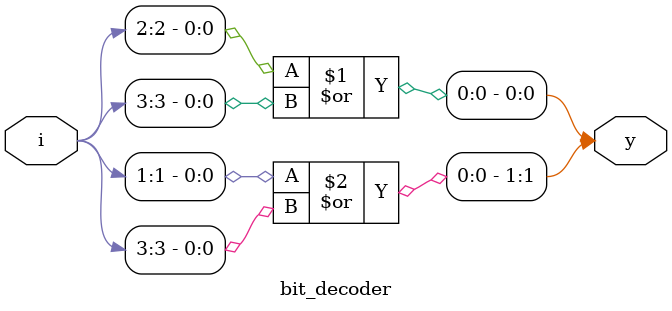
<source format=v>
`timescale 1ns / 1ps


module bit_decoder(
input [3:0]i,
output [1:0]y
    );
    
    assign y[0] = i[2]|i[3];
    assign y[1] = i[1]|i[3];
endmodule

</source>
